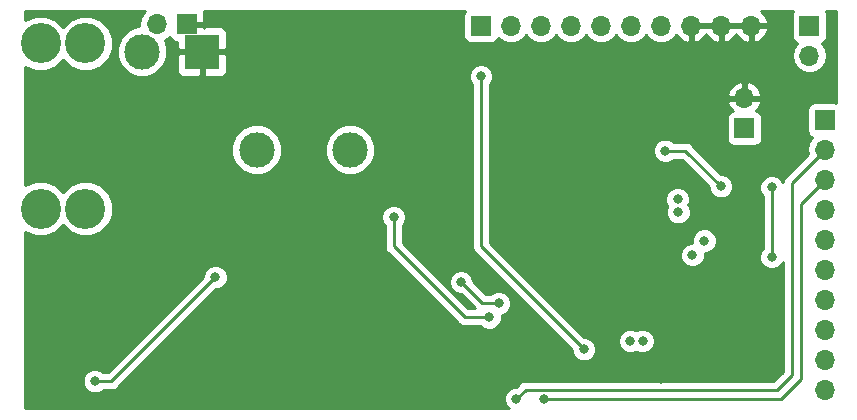
<source format=gbl>
%TF.GenerationSoftware,KiCad,Pcbnew,(5.0.2)-1*%
%TF.CreationDate,2019-01-19T15:18:41+08:00*%
%TF.ProjectId,TLF35584 breakout,544c4633-3535-4383-9420-627265616b6f,rev?*%
%TF.SameCoordinates,Original*%
%TF.FileFunction,Copper,L2,Bot*%
%TF.FilePolarity,Positive*%
%FSLAX46Y46*%
G04 Gerber Fmt 4.6, Leading zero omitted, Abs format (unit mm)*
G04 Created by KiCad (PCBNEW (5.0.2)-1) date 19/01/2019 15:18:41*
%MOMM*%
%LPD*%
G01*
G04 APERTURE LIST*
%ADD10R,1.700000X1.700000*%
%ADD11O,1.700000X1.700000*%
%ADD12C,3.000000*%
%ADD13C,3.400000*%
%ADD14R,3.000000X3.000000*%
%ADD15C,0.800000*%
%ADD16C,0.600000*%
%ADD17C,0.250000*%
%ADD18C,0.254000*%
G04 APERTURE END LIST*
D10*
X184600000Y-88600000D03*
D11*
X184600000Y-91140000D03*
X184600000Y-93680000D03*
X184600000Y-96220000D03*
X184600000Y-98760000D03*
X184600000Y-101300000D03*
X184600000Y-103840000D03*
X184600000Y-106380000D03*
X184600000Y-108920000D03*
X184600000Y-111460000D03*
D10*
X177800000Y-89300000D03*
D11*
X177800000Y-86760000D03*
D12*
X144400000Y-91100000D03*
X136500000Y-91100000D03*
D10*
X183300000Y-80600000D03*
D11*
X183300000Y-83140000D03*
D13*
X118200000Y-82100000D03*
X122000000Y-82100000D03*
X118200000Y-96100000D03*
X122000000Y-96100000D03*
D10*
X130600000Y-80500000D03*
D11*
X128060000Y-80500000D03*
D10*
X155500000Y-80600000D03*
D11*
X158040000Y-80600000D03*
X160580000Y-80600000D03*
X163120000Y-80600000D03*
X165660000Y-80600000D03*
X168200000Y-80600000D03*
X170740000Y-80600000D03*
X173280000Y-80600000D03*
X175820000Y-80600000D03*
X178360000Y-80600000D03*
D14*
X131880000Y-82800000D03*
D12*
X126800000Y-82800000D03*
D15*
X168100000Y-107300000D03*
X169200000Y-107300000D03*
X172200000Y-96400000D03*
X172145182Y-95312909D03*
X174400000Y-98800000D03*
X173387056Y-100030074D03*
D16*
X164200000Y-101700000D03*
X166200000Y-101700000D03*
X166200000Y-99700000D03*
X164200000Y-99700000D03*
X162200000Y-99700000D03*
X166200000Y-97700000D03*
X162200000Y-97700000D03*
X164200000Y-97700000D03*
D15*
X162100000Y-86400000D03*
X164400000Y-86400000D03*
X166700000Y-86400000D03*
X168900000Y-86400000D03*
X171100000Y-86300000D03*
X170700000Y-110500000D03*
X156900000Y-84400000D03*
X122700000Y-100600000D03*
X122600000Y-107500000D03*
X150400000Y-97000000D03*
X156600000Y-107400000D03*
X171400000Y-94100000D03*
X153500000Y-83800000D03*
X173421509Y-97421509D03*
D16*
X162200000Y-101700000D03*
D15*
X146500000Y-99800000D03*
X148400000Y-102800000D03*
X164200000Y-108000000D03*
X155500000Y-84900000D03*
X175800000Y-94200000D03*
X171100000Y-91200000D03*
X133000000Y-101900000D03*
X122800000Y-110700000D03*
X160800000Y-112200000D03*
X158500000Y-112200000D03*
X156200000Y-105300000D03*
X148100000Y-96800000D03*
X157000000Y-104100000D03*
X153800000Y-102300000D03*
X180100000Y-100200000D03*
X180100000Y-94300000D03*
D17*
X164200000Y-108000000D02*
X155500000Y-99300000D01*
X155500000Y-99300000D02*
X155500000Y-86000000D01*
X155500000Y-86000000D02*
X155500000Y-85400000D01*
X155500000Y-85400000D02*
X155500000Y-84900000D01*
X175800000Y-94200000D02*
X172800000Y-91200000D01*
X172800000Y-91200000D02*
X171100000Y-91200000D01*
X133000000Y-101900000D02*
X124200000Y-110700000D01*
X124200000Y-110700000D02*
X122800000Y-110700000D01*
X160800000Y-112200000D02*
X180900000Y-112200000D01*
X180900000Y-112200000D02*
X182600000Y-110500000D01*
X182600000Y-95680000D02*
X184600000Y-93680000D01*
X182600000Y-110500000D02*
X182600000Y-95680000D01*
X159275001Y-111424999D02*
X180575001Y-111424999D01*
X158500000Y-112200000D02*
X159275001Y-111424999D01*
X180575001Y-111424999D02*
X181800000Y-110200000D01*
X181800000Y-93940000D02*
X184600000Y-91140000D01*
X181800000Y-110200000D02*
X181800000Y-93940000D01*
X148100000Y-97200000D02*
X148100000Y-96800000D01*
X156200000Y-105300000D02*
X154100000Y-105300000D01*
X148100000Y-99300000D02*
X148100000Y-96800000D01*
X154100000Y-105300000D02*
X148100000Y-99300000D01*
X157000000Y-104100000D02*
X155600000Y-104100000D01*
X155600000Y-104100000D02*
X153800000Y-102300000D01*
X180100000Y-100200000D02*
X180100000Y-94300000D01*
D18*
G36*
X126989375Y-79429375D02*
X126661161Y-79920582D01*
X126545908Y-80500000D01*
X126578728Y-80665000D01*
X126375322Y-80665000D01*
X125590620Y-80990034D01*
X124990034Y-81590620D01*
X124665000Y-82375322D01*
X124665000Y-83224678D01*
X124990034Y-84009380D01*
X125590620Y-84609966D01*
X126375322Y-84935000D01*
X127224678Y-84935000D01*
X128009380Y-84609966D01*
X128609966Y-84009380D01*
X128935000Y-83224678D01*
X128935000Y-83085750D01*
X129745000Y-83085750D01*
X129745000Y-84426310D01*
X129841673Y-84659699D01*
X130020302Y-84838327D01*
X130253691Y-84935000D01*
X131594250Y-84935000D01*
X131753000Y-84776250D01*
X131753000Y-82927000D01*
X132007000Y-82927000D01*
X132007000Y-84776250D01*
X132165750Y-84935000D01*
X133506309Y-84935000D01*
X133739698Y-84838327D01*
X133883899Y-84694126D01*
X154465000Y-84694126D01*
X154465000Y-85105874D01*
X154622569Y-85486280D01*
X154740000Y-85603711D01*
X154740000Y-86074851D01*
X154740001Y-86074856D01*
X154740000Y-99225153D01*
X154725112Y-99300000D01*
X154740000Y-99374847D01*
X154740000Y-99374851D01*
X154784096Y-99596536D01*
X154952071Y-99847929D01*
X155015530Y-99890331D01*
X163165000Y-108039802D01*
X163165000Y-108205874D01*
X163322569Y-108586280D01*
X163613720Y-108877431D01*
X163994126Y-109035000D01*
X164405874Y-109035000D01*
X164786280Y-108877431D01*
X165077431Y-108586280D01*
X165235000Y-108205874D01*
X165235000Y-107794126D01*
X165077431Y-107413720D01*
X164786280Y-107122569D01*
X164717613Y-107094126D01*
X167065000Y-107094126D01*
X167065000Y-107505874D01*
X167222569Y-107886280D01*
X167513720Y-108177431D01*
X167894126Y-108335000D01*
X168305874Y-108335000D01*
X168650000Y-108192459D01*
X168994126Y-108335000D01*
X169405874Y-108335000D01*
X169786280Y-108177431D01*
X170077431Y-107886280D01*
X170235000Y-107505874D01*
X170235000Y-107094126D01*
X170077431Y-106713720D01*
X169786280Y-106422569D01*
X169405874Y-106265000D01*
X168994126Y-106265000D01*
X168650000Y-106407541D01*
X168305874Y-106265000D01*
X167894126Y-106265000D01*
X167513720Y-106422569D01*
X167222569Y-106713720D01*
X167065000Y-107094126D01*
X164717613Y-107094126D01*
X164405874Y-106965000D01*
X164239802Y-106965000D01*
X157099002Y-99824200D01*
X172352056Y-99824200D01*
X172352056Y-100235948D01*
X172509625Y-100616354D01*
X172800776Y-100907505D01*
X173181182Y-101065074D01*
X173592930Y-101065074D01*
X173973336Y-100907505D01*
X174264487Y-100616354D01*
X174422056Y-100235948D01*
X174422056Y-99835000D01*
X174605874Y-99835000D01*
X174986280Y-99677431D01*
X175277431Y-99386280D01*
X175435000Y-99005874D01*
X175435000Y-98594126D01*
X175277431Y-98213720D01*
X174986280Y-97922569D01*
X174605874Y-97765000D01*
X174194126Y-97765000D01*
X173813720Y-97922569D01*
X173522569Y-98213720D01*
X173365000Y-98594126D01*
X173365000Y-98995074D01*
X173181182Y-98995074D01*
X172800776Y-99152643D01*
X172509625Y-99443794D01*
X172352056Y-99824200D01*
X157099002Y-99824200D01*
X156260000Y-98985199D01*
X156260000Y-95107035D01*
X171110182Y-95107035D01*
X171110182Y-95518783D01*
X171267751Y-95899189D01*
X171281480Y-95912918D01*
X171165000Y-96194126D01*
X171165000Y-96605874D01*
X171322569Y-96986280D01*
X171613720Y-97277431D01*
X171994126Y-97435000D01*
X172405874Y-97435000D01*
X172786280Y-97277431D01*
X173077431Y-96986280D01*
X173235000Y-96605874D01*
X173235000Y-96194126D01*
X173077431Y-95813720D01*
X173063702Y-95799991D01*
X173180182Y-95518783D01*
X173180182Y-95107035D01*
X173022613Y-94726629D01*
X172731462Y-94435478D01*
X172351056Y-94277909D01*
X171939308Y-94277909D01*
X171558902Y-94435478D01*
X171267751Y-94726629D01*
X171110182Y-95107035D01*
X156260000Y-95107035D01*
X156260000Y-90994126D01*
X170065000Y-90994126D01*
X170065000Y-91405874D01*
X170222569Y-91786280D01*
X170513720Y-92077431D01*
X170894126Y-92235000D01*
X171305874Y-92235000D01*
X171686280Y-92077431D01*
X171803711Y-91960000D01*
X172485199Y-91960000D01*
X174765000Y-94239802D01*
X174765000Y-94405874D01*
X174922569Y-94786280D01*
X175213720Y-95077431D01*
X175594126Y-95235000D01*
X176005874Y-95235000D01*
X176386280Y-95077431D01*
X176677431Y-94786280D01*
X176835000Y-94405874D01*
X176835000Y-93994126D01*
X176677431Y-93613720D01*
X176386280Y-93322569D01*
X176005874Y-93165000D01*
X175839802Y-93165000D01*
X173390331Y-90715530D01*
X173347929Y-90652071D01*
X173096537Y-90484096D01*
X172874852Y-90440000D01*
X172874847Y-90440000D01*
X172800000Y-90425112D01*
X172725153Y-90440000D01*
X171803711Y-90440000D01*
X171686280Y-90322569D01*
X171305874Y-90165000D01*
X170894126Y-90165000D01*
X170513720Y-90322569D01*
X170222569Y-90613720D01*
X170065000Y-90994126D01*
X156260000Y-90994126D01*
X156260000Y-88450000D01*
X176302560Y-88450000D01*
X176302560Y-90150000D01*
X176351843Y-90397765D01*
X176492191Y-90607809D01*
X176702235Y-90748157D01*
X176950000Y-90797440D01*
X178650000Y-90797440D01*
X178897765Y-90748157D01*
X179107809Y-90607809D01*
X179248157Y-90397765D01*
X179297440Y-90150000D01*
X179297440Y-88450000D01*
X179248157Y-88202235D01*
X179107809Y-87992191D01*
X178897765Y-87851843D01*
X178794292Y-87831261D01*
X179071645Y-87526924D01*
X179241476Y-87116890D01*
X179120155Y-86887000D01*
X177927000Y-86887000D01*
X177927000Y-86907000D01*
X177673000Y-86907000D01*
X177673000Y-86887000D01*
X176479845Y-86887000D01*
X176358524Y-87116890D01*
X176528355Y-87526924D01*
X176805708Y-87831261D01*
X176702235Y-87851843D01*
X176492191Y-87992191D01*
X176351843Y-88202235D01*
X176302560Y-88450000D01*
X156260000Y-88450000D01*
X156260000Y-86403110D01*
X176358524Y-86403110D01*
X176479845Y-86633000D01*
X177673000Y-86633000D01*
X177673000Y-85439181D01*
X177927000Y-85439181D01*
X177927000Y-86633000D01*
X179120155Y-86633000D01*
X179241476Y-86403110D01*
X179071645Y-85993076D01*
X178681358Y-85564817D01*
X178156892Y-85318514D01*
X177927000Y-85439181D01*
X177673000Y-85439181D01*
X177443108Y-85318514D01*
X176918642Y-85564817D01*
X176528355Y-85993076D01*
X176358524Y-86403110D01*
X156260000Y-86403110D01*
X156260000Y-85603711D01*
X156377431Y-85486280D01*
X156535000Y-85105874D01*
X156535000Y-84694126D01*
X156377431Y-84313720D01*
X156086280Y-84022569D01*
X155705874Y-83865000D01*
X155294126Y-83865000D01*
X154913720Y-84022569D01*
X154622569Y-84313720D01*
X154465000Y-84694126D01*
X133883899Y-84694126D01*
X133918327Y-84659699D01*
X134015000Y-84426310D01*
X134015000Y-83085750D01*
X133856250Y-82927000D01*
X132007000Y-82927000D01*
X131753000Y-82927000D01*
X129903750Y-82927000D01*
X129745000Y-83085750D01*
X128935000Y-83085750D01*
X128935000Y-82375322D01*
X128716344Y-81847439D01*
X129130625Y-81570625D01*
X129145096Y-81548967D01*
X129211673Y-81709698D01*
X129390301Y-81888327D01*
X129623690Y-81985000D01*
X129745000Y-81985000D01*
X129745000Y-82514250D01*
X129903750Y-82673000D01*
X131753000Y-82673000D01*
X131753000Y-82653000D01*
X132007000Y-82653000D01*
X132007000Y-82673000D01*
X133856250Y-82673000D01*
X134015000Y-82514250D01*
X134015000Y-81173690D01*
X133918327Y-80940301D01*
X133739698Y-80761673D01*
X133506309Y-80665000D01*
X132165750Y-80665000D01*
X132065000Y-80765750D01*
X132007002Y-80707752D01*
X132007002Y-80665000D01*
X131964250Y-80665000D01*
X131926250Y-80627000D01*
X130727000Y-80627000D01*
X130727000Y-80647000D01*
X130473000Y-80647000D01*
X130473000Y-80627000D01*
X130453000Y-80627000D01*
X130453000Y-80373000D01*
X130473000Y-80373000D01*
X130473000Y-80353000D01*
X130727000Y-80353000D01*
X130727000Y-80373000D01*
X131926250Y-80373000D01*
X132085000Y-80214250D01*
X132085000Y-79523691D01*
X132027552Y-79385000D01*
X154130178Y-79385000D01*
X154051843Y-79502235D01*
X154002560Y-79750000D01*
X154002560Y-81450000D01*
X154051843Y-81697765D01*
X154192191Y-81907809D01*
X154402235Y-82048157D01*
X154650000Y-82097440D01*
X156350000Y-82097440D01*
X156597765Y-82048157D01*
X156807809Y-81907809D01*
X156948157Y-81697765D01*
X156957184Y-81652381D01*
X156969375Y-81670625D01*
X157460582Y-81998839D01*
X157893744Y-82085000D01*
X158186256Y-82085000D01*
X158619418Y-81998839D01*
X159110625Y-81670625D01*
X159310000Y-81372239D01*
X159509375Y-81670625D01*
X160000582Y-81998839D01*
X160433744Y-82085000D01*
X160726256Y-82085000D01*
X161159418Y-81998839D01*
X161650625Y-81670625D01*
X161850000Y-81372239D01*
X162049375Y-81670625D01*
X162540582Y-81998839D01*
X162973744Y-82085000D01*
X163266256Y-82085000D01*
X163699418Y-81998839D01*
X164190625Y-81670625D01*
X164390000Y-81372239D01*
X164589375Y-81670625D01*
X165080582Y-81998839D01*
X165513744Y-82085000D01*
X165806256Y-82085000D01*
X166239418Y-81998839D01*
X166730625Y-81670625D01*
X166930000Y-81372239D01*
X167129375Y-81670625D01*
X167620582Y-81998839D01*
X168053744Y-82085000D01*
X168346256Y-82085000D01*
X168779418Y-81998839D01*
X169270625Y-81670625D01*
X169470000Y-81372239D01*
X169669375Y-81670625D01*
X170160582Y-81998839D01*
X170593744Y-82085000D01*
X170886256Y-82085000D01*
X171319418Y-81998839D01*
X171810625Y-81670625D01*
X172023843Y-81351522D01*
X172084817Y-81481358D01*
X172513076Y-81871645D01*
X172923110Y-82041476D01*
X173153000Y-81920155D01*
X173153000Y-80727000D01*
X173407000Y-80727000D01*
X173407000Y-81920155D01*
X173636890Y-82041476D01*
X174046924Y-81871645D01*
X174475183Y-81481358D01*
X174550000Y-81322046D01*
X174624817Y-81481358D01*
X175053076Y-81871645D01*
X175463110Y-82041476D01*
X175693000Y-81920155D01*
X175693000Y-80727000D01*
X175947000Y-80727000D01*
X175947000Y-81920155D01*
X176176890Y-82041476D01*
X176586924Y-81871645D01*
X177015183Y-81481358D01*
X177090000Y-81322046D01*
X177164817Y-81481358D01*
X177593076Y-81871645D01*
X178003110Y-82041476D01*
X178233000Y-81920155D01*
X178233000Y-80727000D01*
X178487000Y-80727000D01*
X178487000Y-81920155D01*
X178716890Y-82041476D01*
X179126924Y-81871645D01*
X179555183Y-81481358D01*
X179801486Y-80956892D01*
X179680819Y-80727000D01*
X178487000Y-80727000D01*
X178233000Y-80727000D01*
X175947000Y-80727000D01*
X175693000Y-80727000D01*
X173407000Y-80727000D01*
X173153000Y-80727000D01*
X173133000Y-80727000D01*
X173133000Y-80473000D01*
X173153000Y-80473000D01*
X173153000Y-80453000D01*
X173407000Y-80453000D01*
X173407000Y-80473000D01*
X175693000Y-80473000D01*
X175693000Y-80453000D01*
X175947000Y-80453000D01*
X175947000Y-80473000D01*
X178233000Y-80473000D01*
X178233000Y-80453000D01*
X178487000Y-80453000D01*
X178487000Y-80473000D01*
X179680819Y-80473000D01*
X179801486Y-80243108D01*
X179555183Y-79718642D01*
X179189080Y-79385000D01*
X181930178Y-79385000D01*
X181851843Y-79502235D01*
X181802560Y-79750000D01*
X181802560Y-81450000D01*
X181851843Y-81697765D01*
X181992191Y-81907809D01*
X182202235Y-82048157D01*
X182247619Y-82057184D01*
X182229375Y-82069375D01*
X181901161Y-82560582D01*
X181785908Y-83140000D01*
X181901161Y-83719418D01*
X182229375Y-84210625D01*
X182720582Y-84538839D01*
X183153744Y-84625000D01*
X183446256Y-84625000D01*
X183879418Y-84538839D01*
X184370625Y-84210625D01*
X184698839Y-83719418D01*
X184814092Y-83140000D01*
X184698839Y-82560582D01*
X184370625Y-82069375D01*
X184352381Y-82057184D01*
X184397765Y-82048157D01*
X184607809Y-81907809D01*
X184748157Y-81697765D01*
X184797440Y-81450000D01*
X184797440Y-79750000D01*
X184748157Y-79502235D01*
X184669822Y-79385000D01*
X185515001Y-79385000D01*
X185515001Y-87115489D01*
X185450000Y-87102560D01*
X183750000Y-87102560D01*
X183502235Y-87151843D01*
X183292191Y-87292191D01*
X183151843Y-87502235D01*
X183102560Y-87750000D01*
X183102560Y-89450000D01*
X183151843Y-89697765D01*
X183292191Y-89907809D01*
X183502235Y-90048157D01*
X183547619Y-90057184D01*
X183529375Y-90069375D01*
X183201161Y-90560582D01*
X183085908Y-91140000D01*
X183158791Y-91506408D01*
X181315528Y-93349671D01*
X181252072Y-93392071D01*
X181209672Y-93455527D01*
X181209671Y-93455528D01*
X181084097Y-93643463D01*
X181040051Y-93864898D01*
X180977431Y-93713720D01*
X180686280Y-93422569D01*
X180305874Y-93265000D01*
X179894126Y-93265000D01*
X179513720Y-93422569D01*
X179222569Y-93713720D01*
X179065000Y-94094126D01*
X179065000Y-94505874D01*
X179222569Y-94886280D01*
X179340001Y-95003712D01*
X179340000Y-99496289D01*
X179222569Y-99613720D01*
X179065000Y-99994126D01*
X179065000Y-100405874D01*
X179222569Y-100786280D01*
X179513720Y-101077431D01*
X179894126Y-101235000D01*
X180305874Y-101235000D01*
X180686280Y-101077431D01*
X180977431Y-100786280D01*
X181040001Y-100635223D01*
X181040000Y-109885198D01*
X180260200Y-110664999D01*
X159349848Y-110664999D01*
X159275001Y-110650111D01*
X159200154Y-110664999D01*
X159200149Y-110664999D01*
X158978464Y-110709095D01*
X158727072Y-110877070D01*
X158684672Y-110940526D01*
X158460198Y-111165000D01*
X158294126Y-111165000D01*
X157913720Y-111322569D01*
X157622569Y-111613720D01*
X157465000Y-111994126D01*
X157465000Y-112405874D01*
X157622569Y-112786280D01*
X157851289Y-113015000D01*
X116885000Y-113015000D01*
X116885000Y-110494126D01*
X121765000Y-110494126D01*
X121765000Y-110905874D01*
X121922569Y-111286280D01*
X122213720Y-111577431D01*
X122594126Y-111735000D01*
X123005874Y-111735000D01*
X123386280Y-111577431D01*
X123503711Y-111460000D01*
X124125153Y-111460000D01*
X124200000Y-111474888D01*
X124274847Y-111460000D01*
X124274852Y-111460000D01*
X124496537Y-111415904D01*
X124747929Y-111247929D01*
X124790331Y-111184470D01*
X133039803Y-102935000D01*
X133205874Y-102935000D01*
X133586280Y-102777431D01*
X133877431Y-102486280D01*
X134035000Y-102105874D01*
X134035000Y-101694126D01*
X133877431Y-101313720D01*
X133586280Y-101022569D01*
X133205874Y-100865000D01*
X132794126Y-100865000D01*
X132413720Y-101022569D01*
X132122569Y-101313720D01*
X131965000Y-101694126D01*
X131965000Y-101860197D01*
X123885199Y-109940000D01*
X123503711Y-109940000D01*
X123386280Y-109822569D01*
X123005874Y-109665000D01*
X122594126Y-109665000D01*
X122213720Y-109822569D01*
X121922569Y-110113720D01*
X121765000Y-110494126D01*
X116885000Y-110494126D01*
X116885000Y-98082694D01*
X117735540Y-98435000D01*
X118664460Y-98435000D01*
X119522671Y-98079517D01*
X120100000Y-97502188D01*
X120677329Y-98079517D01*
X121535540Y-98435000D01*
X122464460Y-98435000D01*
X123322671Y-98079517D01*
X123979517Y-97422671D01*
X124322711Y-96594126D01*
X147065000Y-96594126D01*
X147065000Y-97005874D01*
X147222569Y-97386280D01*
X147340001Y-97503712D01*
X147340000Y-99225153D01*
X147325112Y-99300000D01*
X147340000Y-99374847D01*
X147340000Y-99374851D01*
X147384096Y-99596536D01*
X147552071Y-99847929D01*
X147615530Y-99890331D01*
X153509673Y-105784476D01*
X153552071Y-105847929D01*
X153615524Y-105890327D01*
X153615526Y-105890329D01*
X153740902Y-105974102D01*
X153803463Y-106015904D01*
X154025148Y-106060000D01*
X154025152Y-106060000D01*
X154099999Y-106074888D01*
X154174846Y-106060000D01*
X155496289Y-106060000D01*
X155613720Y-106177431D01*
X155994126Y-106335000D01*
X156405874Y-106335000D01*
X156786280Y-106177431D01*
X157077431Y-105886280D01*
X157235000Y-105505874D01*
X157235000Y-105122936D01*
X157586280Y-104977431D01*
X157877431Y-104686280D01*
X158035000Y-104305874D01*
X158035000Y-103894126D01*
X157877431Y-103513720D01*
X157586280Y-103222569D01*
X157205874Y-103065000D01*
X156794126Y-103065000D01*
X156413720Y-103222569D01*
X156296289Y-103340000D01*
X155914803Y-103340000D01*
X154835000Y-102260198D01*
X154835000Y-102094126D01*
X154677431Y-101713720D01*
X154386280Y-101422569D01*
X154005874Y-101265000D01*
X153594126Y-101265000D01*
X153213720Y-101422569D01*
X152922569Y-101713720D01*
X152765000Y-102094126D01*
X152765000Y-102505874D01*
X152922569Y-102886280D01*
X153213720Y-103177431D01*
X153594126Y-103335000D01*
X153760198Y-103335000D01*
X154965197Y-104540000D01*
X154414803Y-104540000D01*
X148860000Y-98985199D01*
X148860000Y-97503711D01*
X148977431Y-97386280D01*
X149135000Y-97005874D01*
X149135000Y-96594126D01*
X148977431Y-96213720D01*
X148686280Y-95922569D01*
X148305874Y-95765000D01*
X147894126Y-95765000D01*
X147513720Y-95922569D01*
X147222569Y-96213720D01*
X147065000Y-96594126D01*
X124322711Y-96594126D01*
X124335000Y-96564460D01*
X124335000Y-95635540D01*
X123979517Y-94777329D01*
X123322671Y-94120483D01*
X122464460Y-93765000D01*
X121535540Y-93765000D01*
X120677329Y-94120483D01*
X120100000Y-94697812D01*
X119522671Y-94120483D01*
X118664460Y-93765000D01*
X117735540Y-93765000D01*
X116885000Y-94117306D01*
X116885000Y-90675322D01*
X134365000Y-90675322D01*
X134365000Y-91524678D01*
X134690034Y-92309380D01*
X135290620Y-92909966D01*
X136075322Y-93235000D01*
X136924678Y-93235000D01*
X137709380Y-92909966D01*
X138309966Y-92309380D01*
X138635000Y-91524678D01*
X138635000Y-90675322D01*
X142265000Y-90675322D01*
X142265000Y-91524678D01*
X142590034Y-92309380D01*
X143190620Y-92909966D01*
X143975322Y-93235000D01*
X144824678Y-93235000D01*
X145609380Y-92909966D01*
X146209966Y-92309380D01*
X146535000Y-91524678D01*
X146535000Y-90675322D01*
X146209966Y-89890620D01*
X145609380Y-89290034D01*
X144824678Y-88965000D01*
X143975322Y-88965000D01*
X143190620Y-89290034D01*
X142590034Y-89890620D01*
X142265000Y-90675322D01*
X138635000Y-90675322D01*
X138309966Y-89890620D01*
X137709380Y-89290034D01*
X136924678Y-88965000D01*
X136075322Y-88965000D01*
X135290620Y-89290034D01*
X134690034Y-89890620D01*
X134365000Y-90675322D01*
X116885000Y-90675322D01*
X116885000Y-84082694D01*
X117735540Y-84435000D01*
X118664460Y-84435000D01*
X119522671Y-84079517D01*
X120100000Y-83502188D01*
X120677329Y-84079517D01*
X121535540Y-84435000D01*
X122464460Y-84435000D01*
X123322671Y-84079517D01*
X123979517Y-83422671D01*
X124335000Y-82564460D01*
X124335000Y-81635540D01*
X123979517Y-80777329D01*
X123322671Y-80120483D01*
X122464460Y-79765000D01*
X121535540Y-79765000D01*
X120677329Y-80120483D01*
X120100000Y-80697812D01*
X119522671Y-80120483D01*
X118664460Y-79765000D01*
X117735540Y-79765000D01*
X116885000Y-80117306D01*
X116885000Y-79385000D01*
X127055787Y-79385000D01*
X126989375Y-79429375D01*
X126989375Y-79429375D01*
G37*
X126989375Y-79429375D02*
X126661161Y-79920582D01*
X126545908Y-80500000D01*
X126578728Y-80665000D01*
X126375322Y-80665000D01*
X125590620Y-80990034D01*
X124990034Y-81590620D01*
X124665000Y-82375322D01*
X124665000Y-83224678D01*
X124990034Y-84009380D01*
X125590620Y-84609966D01*
X126375322Y-84935000D01*
X127224678Y-84935000D01*
X128009380Y-84609966D01*
X128609966Y-84009380D01*
X128935000Y-83224678D01*
X128935000Y-83085750D01*
X129745000Y-83085750D01*
X129745000Y-84426310D01*
X129841673Y-84659699D01*
X130020302Y-84838327D01*
X130253691Y-84935000D01*
X131594250Y-84935000D01*
X131753000Y-84776250D01*
X131753000Y-82927000D01*
X132007000Y-82927000D01*
X132007000Y-84776250D01*
X132165750Y-84935000D01*
X133506309Y-84935000D01*
X133739698Y-84838327D01*
X133883899Y-84694126D01*
X154465000Y-84694126D01*
X154465000Y-85105874D01*
X154622569Y-85486280D01*
X154740000Y-85603711D01*
X154740000Y-86074851D01*
X154740001Y-86074856D01*
X154740000Y-99225153D01*
X154725112Y-99300000D01*
X154740000Y-99374847D01*
X154740000Y-99374851D01*
X154784096Y-99596536D01*
X154952071Y-99847929D01*
X155015530Y-99890331D01*
X163165000Y-108039802D01*
X163165000Y-108205874D01*
X163322569Y-108586280D01*
X163613720Y-108877431D01*
X163994126Y-109035000D01*
X164405874Y-109035000D01*
X164786280Y-108877431D01*
X165077431Y-108586280D01*
X165235000Y-108205874D01*
X165235000Y-107794126D01*
X165077431Y-107413720D01*
X164786280Y-107122569D01*
X164717613Y-107094126D01*
X167065000Y-107094126D01*
X167065000Y-107505874D01*
X167222569Y-107886280D01*
X167513720Y-108177431D01*
X167894126Y-108335000D01*
X168305874Y-108335000D01*
X168650000Y-108192459D01*
X168994126Y-108335000D01*
X169405874Y-108335000D01*
X169786280Y-108177431D01*
X170077431Y-107886280D01*
X170235000Y-107505874D01*
X170235000Y-107094126D01*
X170077431Y-106713720D01*
X169786280Y-106422569D01*
X169405874Y-106265000D01*
X168994126Y-106265000D01*
X168650000Y-106407541D01*
X168305874Y-106265000D01*
X167894126Y-106265000D01*
X167513720Y-106422569D01*
X167222569Y-106713720D01*
X167065000Y-107094126D01*
X164717613Y-107094126D01*
X164405874Y-106965000D01*
X164239802Y-106965000D01*
X157099002Y-99824200D01*
X172352056Y-99824200D01*
X172352056Y-100235948D01*
X172509625Y-100616354D01*
X172800776Y-100907505D01*
X173181182Y-101065074D01*
X173592930Y-101065074D01*
X173973336Y-100907505D01*
X174264487Y-100616354D01*
X174422056Y-100235948D01*
X174422056Y-99835000D01*
X174605874Y-99835000D01*
X174986280Y-99677431D01*
X175277431Y-99386280D01*
X175435000Y-99005874D01*
X175435000Y-98594126D01*
X175277431Y-98213720D01*
X174986280Y-97922569D01*
X174605874Y-97765000D01*
X174194126Y-97765000D01*
X173813720Y-97922569D01*
X173522569Y-98213720D01*
X173365000Y-98594126D01*
X173365000Y-98995074D01*
X173181182Y-98995074D01*
X172800776Y-99152643D01*
X172509625Y-99443794D01*
X172352056Y-99824200D01*
X157099002Y-99824200D01*
X156260000Y-98985199D01*
X156260000Y-95107035D01*
X171110182Y-95107035D01*
X171110182Y-95518783D01*
X171267751Y-95899189D01*
X171281480Y-95912918D01*
X171165000Y-96194126D01*
X171165000Y-96605874D01*
X171322569Y-96986280D01*
X171613720Y-97277431D01*
X171994126Y-97435000D01*
X172405874Y-97435000D01*
X172786280Y-97277431D01*
X173077431Y-96986280D01*
X173235000Y-96605874D01*
X173235000Y-96194126D01*
X173077431Y-95813720D01*
X173063702Y-95799991D01*
X173180182Y-95518783D01*
X173180182Y-95107035D01*
X173022613Y-94726629D01*
X172731462Y-94435478D01*
X172351056Y-94277909D01*
X171939308Y-94277909D01*
X171558902Y-94435478D01*
X171267751Y-94726629D01*
X171110182Y-95107035D01*
X156260000Y-95107035D01*
X156260000Y-90994126D01*
X170065000Y-90994126D01*
X170065000Y-91405874D01*
X170222569Y-91786280D01*
X170513720Y-92077431D01*
X170894126Y-92235000D01*
X171305874Y-92235000D01*
X171686280Y-92077431D01*
X171803711Y-91960000D01*
X172485199Y-91960000D01*
X174765000Y-94239802D01*
X174765000Y-94405874D01*
X174922569Y-94786280D01*
X175213720Y-95077431D01*
X175594126Y-95235000D01*
X176005874Y-95235000D01*
X176386280Y-95077431D01*
X176677431Y-94786280D01*
X176835000Y-94405874D01*
X176835000Y-93994126D01*
X176677431Y-93613720D01*
X176386280Y-93322569D01*
X176005874Y-93165000D01*
X175839802Y-93165000D01*
X173390331Y-90715530D01*
X173347929Y-90652071D01*
X173096537Y-90484096D01*
X172874852Y-90440000D01*
X172874847Y-90440000D01*
X172800000Y-90425112D01*
X172725153Y-90440000D01*
X171803711Y-90440000D01*
X171686280Y-90322569D01*
X171305874Y-90165000D01*
X170894126Y-90165000D01*
X170513720Y-90322569D01*
X170222569Y-90613720D01*
X170065000Y-90994126D01*
X156260000Y-90994126D01*
X156260000Y-88450000D01*
X176302560Y-88450000D01*
X176302560Y-90150000D01*
X176351843Y-90397765D01*
X176492191Y-90607809D01*
X176702235Y-90748157D01*
X176950000Y-90797440D01*
X178650000Y-90797440D01*
X178897765Y-90748157D01*
X179107809Y-90607809D01*
X179248157Y-90397765D01*
X179297440Y-90150000D01*
X179297440Y-88450000D01*
X179248157Y-88202235D01*
X179107809Y-87992191D01*
X178897765Y-87851843D01*
X178794292Y-87831261D01*
X179071645Y-87526924D01*
X179241476Y-87116890D01*
X179120155Y-86887000D01*
X177927000Y-86887000D01*
X177927000Y-86907000D01*
X177673000Y-86907000D01*
X177673000Y-86887000D01*
X176479845Y-86887000D01*
X176358524Y-87116890D01*
X176528355Y-87526924D01*
X176805708Y-87831261D01*
X176702235Y-87851843D01*
X176492191Y-87992191D01*
X176351843Y-88202235D01*
X176302560Y-88450000D01*
X156260000Y-88450000D01*
X156260000Y-86403110D01*
X176358524Y-86403110D01*
X176479845Y-86633000D01*
X177673000Y-86633000D01*
X177673000Y-85439181D01*
X177927000Y-85439181D01*
X177927000Y-86633000D01*
X179120155Y-86633000D01*
X179241476Y-86403110D01*
X179071645Y-85993076D01*
X178681358Y-85564817D01*
X178156892Y-85318514D01*
X177927000Y-85439181D01*
X177673000Y-85439181D01*
X177443108Y-85318514D01*
X176918642Y-85564817D01*
X176528355Y-85993076D01*
X176358524Y-86403110D01*
X156260000Y-86403110D01*
X156260000Y-85603711D01*
X156377431Y-85486280D01*
X156535000Y-85105874D01*
X156535000Y-84694126D01*
X156377431Y-84313720D01*
X156086280Y-84022569D01*
X155705874Y-83865000D01*
X155294126Y-83865000D01*
X154913720Y-84022569D01*
X154622569Y-84313720D01*
X154465000Y-84694126D01*
X133883899Y-84694126D01*
X133918327Y-84659699D01*
X134015000Y-84426310D01*
X134015000Y-83085750D01*
X133856250Y-82927000D01*
X132007000Y-82927000D01*
X131753000Y-82927000D01*
X129903750Y-82927000D01*
X129745000Y-83085750D01*
X128935000Y-83085750D01*
X128935000Y-82375322D01*
X128716344Y-81847439D01*
X129130625Y-81570625D01*
X129145096Y-81548967D01*
X129211673Y-81709698D01*
X129390301Y-81888327D01*
X129623690Y-81985000D01*
X129745000Y-81985000D01*
X129745000Y-82514250D01*
X129903750Y-82673000D01*
X131753000Y-82673000D01*
X131753000Y-82653000D01*
X132007000Y-82653000D01*
X132007000Y-82673000D01*
X133856250Y-82673000D01*
X134015000Y-82514250D01*
X134015000Y-81173690D01*
X133918327Y-80940301D01*
X133739698Y-80761673D01*
X133506309Y-80665000D01*
X132165750Y-80665000D01*
X132065000Y-80765750D01*
X132007002Y-80707752D01*
X132007002Y-80665000D01*
X131964250Y-80665000D01*
X131926250Y-80627000D01*
X130727000Y-80627000D01*
X130727000Y-80647000D01*
X130473000Y-80647000D01*
X130473000Y-80627000D01*
X130453000Y-80627000D01*
X130453000Y-80373000D01*
X130473000Y-80373000D01*
X130473000Y-80353000D01*
X130727000Y-80353000D01*
X130727000Y-80373000D01*
X131926250Y-80373000D01*
X132085000Y-80214250D01*
X132085000Y-79523691D01*
X132027552Y-79385000D01*
X154130178Y-79385000D01*
X154051843Y-79502235D01*
X154002560Y-79750000D01*
X154002560Y-81450000D01*
X154051843Y-81697765D01*
X154192191Y-81907809D01*
X154402235Y-82048157D01*
X154650000Y-82097440D01*
X156350000Y-82097440D01*
X156597765Y-82048157D01*
X156807809Y-81907809D01*
X156948157Y-81697765D01*
X156957184Y-81652381D01*
X156969375Y-81670625D01*
X157460582Y-81998839D01*
X157893744Y-82085000D01*
X158186256Y-82085000D01*
X158619418Y-81998839D01*
X159110625Y-81670625D01*
X159310000Y-81372239D01*
X159509375Y-81670625D01*
X160000582Y-81998839D01*
X160433744Y-82085000D01*
X160726256Y-82085000D01*
X161159418Y-81998839D01*
X161650625Y-81670625D01*
X161850000Y-81372239D01*
X162049375Y-81670625D01*
X162540582Y-81998839D01*
X162973744Y-82085000D01*
X163266256Y-82085000D01*
X163699418Y-81998839D01*
X164190625Y-81670625D01*
X164390000Y-81372239D01*
X164589375Y-81670625D01*
X165080582Y-81998839D01*
X165513744Y-82085000D01*
X165806256Y-82085000D01*
X166239418Y-81998839D01*
X166730625Y-81670625D01*
X166930000Y-81372239D01*
X167129375Y-81670625D01*
X167620582Y-81998839D01*
X168053744Y-82085000D01*
X168346256Y-82085000D01*
X168779418Y-81998839D01*
X169270625Y-81670625D01*
X169470000Y-81372239D01*
X169669375Y-81670625D01*
X170160582Y-81998839D01*
X170593744Y-82085000D01*
X170886256Y-82085000D01*
X171319418Y-81998839D01*
X171810625Y-81670625D01*
X172023843Y-81351522D01*
X172084817Y-81481358D01*
X172513076Y-81871645D01*
X172923110Y-82041476D01*
X173153000Y-81920155D01*
X173153000Y-80727000D01*
X173407000Y-80727000D01*
X173407000Y-81920155D01*
X173636890Y-82041476D01*
X174046924Y-81871645D01*
X174475183Y-81481358D01*
X174550000Y-81322046D01*
X174624817Y-81481358D01*
X175053076Y-81871645D01*
X175463110Y-82041476D01*
X175693000Y-81920155D01*
X175693000Y-80727000D01*
X175947000Y-80727000D01*
X175947000Y-81920155D01*
X176176890Y-82041476D01*
X176586924Y-81871645D01*
X177015183Y-81481358D01*
X177090000Y-81322046D01*
X177164817Y-81481358D01*
X177593076Y-81871645D01*
X178003110Y-82041476D01*
X178233000Y-81920155D01*
X178233000Y-80727000D01*
X178487000Y-80727000D01*
X178487000Y-81920155D01*
X178716890Y-82041476D01*
X179126924Y-81871645D01*
X179555183Y-81481358D01*
X179801486Y-80956892D01*
X179680819Y-80727000D01*
X178487000Y-80727000D01*
X178233000Y-80727000D01*
X175947000Y-80727000D01*
X175693000Y-80727000D01*
X173407000Y-80727000D01*
X173153000Y-80727000D01*
X173133000Y-80727000D01*
X173133000Y-80473000D01*
X173153000Y-80473000D01*
X173153000Y-80453000D01*
X173407000Y-80453000D01*
X173407000Y-80473000D01*
X175693000Y-80473000D01*
X175693000Y-80453000D01*
X175947000Y-80453000D01*
X175947000Y-80473000D01*
X178233000Y-80473000D01*
X178233000Y-80453000D01*
X178487000Y-80453000D01*
X178487000Y-80473000D01*
X179680819Y-80473000D01*
X179801486Y-80243108D01*
X179555183Y-79718642D01*
X179189080Y-79385000D01*
X181930178Y-79385000D01*
X181851843Y-79502235D01*
X181802560Y-79750000D01*
X181802560Y-81450000D01*
X181851843Y-81697765D01*
X181992191Y-81907809D01*
X182202235Y-82048157D01*
X182247619Y-82057184D01*
X182229375Y-82069375D01*
X181901161Y-82560582D01*
X181785908Y-83140000D01*
X181901161Y-83719418D01*
X182229375Y-84210625D01*
X182720582Y-84538839D01*
X183153744Y-84625000D01*
X183446256Y-84625000D01*
X183879418Y-84538839D01*
X184370625Y-84210625D01*
X184698839Y-83719418D01*
X184814092Y-83140000D01*
X184698839Y-82560582D01*
X184370625Y-82069375D01*
X184352381Y-82057184D01*
X184397765Y-82048157D01*
X184607809Y-81907809D01*
X184748157Y-81697765D01*
X184797440Y-81450000D01*
X184797440Y-79750000D01*
X184748157Y-79502235D01*
X184669822Y-79385000D01*
X185515001Y-79385000D01*
X185515001Y-87115489D01*
X185450000Y-87102560D01*
X183750000Y-87102560D01*
X183502235Y-87151843D01*
X183292191Y-87292191D01*
X183151843Y-87502235D01*
X183102560Y-87750000D01*
X183102560Y-89450000D01*
X183151843Y-89697765D01*
X183292191Y-89907809D01*
X183502235Y-90048157D01*
X183547619Y-90057184D01*
X183529375Y-90069375D01*
X183201161Y-90560582D01*
X183085908Y-91140000D01*
X183158791Y-91506408D01*
X181315528Y-93349671D01*
X181252072Y-93392071D01*
X181209672Y-93455527D01*
X181209671Y-93455528D01*
X181084097Y-93643463D01*
X181040051Y-93864898D01*
X180977431Y-93713720D01*
X180686280Y-93422569D01*
X180305874Y-93265000D01*
X179894126Y-93265000D01*
X179513720Y-93422569D01*
X179222569Y-93713720D01*
X179065000Y-94094126D01*
X179065000Y-94505874D01*
X179222569Y-94886280D01*
X179340001Y-95003712D01*
X179340000Y-99496289D01*
X179222569Y-99613720D01*
X179065000Y-99994126D01*
X179065000Y-100405874D01*
X179222569Y-100786280D01*
X179513720Y-101077431D01*
X179894126Y-101235000D01*
X180305874Y-101235000D01*
X180686280Y-101077431D01*
X180977431Y-100786280D01*
X181040001Y-100635223D01*
X181040000Y-109885198D01*
X180260200Y-110664999D01*
X159349848Y-110664999D01*
X159275001Y-110650111D01*
X159200154Y-110664999D01*
X159200149Y-110664999D01*
X158978464Y-110709095D01*
X158727072Y-110877070D01*
X158684672Y-110940526D01*
X158460198Y-111165000D01*
X158294126Y-111165000D01*
X157913720Y-111322569D01*
X157622569Y-111613720D01*
X157465000Y-111994126D01*
X157465000Y-112405874D01*
X157622569Y-112786280D01*
X157851289Y-113015000D01*
X116885000Y-113015000D01*
X116885000Y-110494126D01*
X121765000Y-110494126D01*
X121765000Y-110905874D01*
X121922569Y-111286280D01*
X122213720Y-111577431D01*
X122594126Y-111735000D01*
X123005874Y-111735000D01*
X123386280Y-111577431D01*
X123503711Y-111460000D01*
X124125153Y-111460000D01*
X124200000Y-111474888D01*
X124274847Y-111460000D01*
X124274852Y-111460000D01*
X124496537Y-111415904D01*
X124747929Y-111247929D01*
X124790331Y-111184470D01*
X133039803Y-102935000D01*
X133205874Y-102935000D01*
X133586280Y-102777431D01*
X133877431Y-102486280D01*
X134035000Y-102105874D01*
X134035000Y-101694126D01*
X133877431Y-101313720D01*
X133586280Y-101022569D01*
X133205874Y-100865000D01*
X132794126Y-100865000D01*
X132413720Y-101022569D01*
X132122569Y-101313720D01*
X131965000Y-101694126D01*
X131965000Y-101860197D01*
X123885199Y-109940000D01*
X123503711Y-109940000D01*
X123386280Y-109822569D01*
X123005874Y-109665000D01*
X122594126Y-109665000D01*
X122213720Y-109822569D01*
X121922569Y-110113720D01*
X121765000Y-110494126D01*
X116885000Y-110494126D01*
X116885000Y-98082694D01*
X117735540Y-98435000D01*
X118664460Y-98435000D01*
X119522671Y-98079517D01*
X120100000Y-97502188D01*
X120677329Y-98079517D01*
X121535540Y-98435000D01*
X122464460Y-98435000D01*
X123322671Y-98079517D01*
X123979517Y-97422671D01*
X124322711Y-96594126D01*
X147065000Y-96594126D01*
X147065000Y-97005874D01*
X147222569Y-97386280D01*
X147340001Y-97503712D01*
X147340000Y-99225153D01*
X147325112Y-99300000D01*
X147340000Y-99374847D01*
X147340000Y-99374851D01*
X147384096Y-99596536D01*
X147552071Y-99847929D01*
X147615530Y-99890331D01*
X153509673Y-105784476D01*
X153552071Y-105847929D01*
X153615524Y-105890327D01*
X153615526Y-105890329D01*
X153740902Y-105974102D01*
X153803463Y-106015904D01*
X154025148Y-106060000D01*
X154025152Y-106060000D01*
X154099999Y-106074888D01*
X154174846Y-106060000D01*
X155496289Y-106060000D01*
X155613720Y-106177431D01*
X155994126Y-106335000D01*
X156405874Y-106335000D01*
X156786280Y-106177431D01*
X157077431Y-105886280D01*
X157235000Y-105505874D01*
X157235000Y-105122936D01*
X157586280Y-104977431D01*
X157877431Y-104686280D01*
X158035000Y-104305874D01*
X158035000Y-103894126D01*
X157877431Y-103513720D01*
X157586280Y-103222569D01*
X157205874Y-103065000D01*
X156794126Y-103065000D01*
X156413720Y-103222569D01*
X156296289Y-103340000D01*
X155914803Y-103340000D01*
X154835000Y-102260198D01*
X154835000Y-102094126D01*
X154677431Y-101713720D01*
X154386280Y-101422569D01*
X154005874Y-101265000D01*
X153594126Y-101265000D01*
X153213720Y-101422569D01*
X152922569Y-101713720D01*
X152765000Y-102094126D01*
X152765000Y-102505874D01*
X152922569Y-102886280D01*
X153213720Y-103177431D01*
X153594126Y-103335000D01*
X153760198Y-103335000D01*
X154965197Y-104540000D01*
X154414803Y-104540000D01*
X148860000Y-98985199D01*
X148860000Y-97503711D01*
X148977431Y-97386280D01*
X149135000Y-97005874D01*
X149135000Y-96594126D01*
X148977431Y-96213720D01*
X148686280Y-95922569D01*
X148305874Y-95765000D01*
X147894126Y-95765000D01*
X147513720Y-95922569D01*
X147222569Y-96213720D01*
X147065000Y-96594126D01*
X124322711Y-96594126D01*
X124335000Y-96564460D01*
X124335000Y-95635540D01*
X123979517Y-94777329D01*
X123322671Y-94120483D01*
X122464460Y-93765000D01*
X121535540Y-93765000D01*
X120677329Y-94120483D01*
X120100000Y-94697812D01*
X119522671Y-94120483D01*
X118664460Y-93765000D01*
X117735540Y-93765000D01*
X116885000Y-94117306D01*
X116885000Y-90675322D01*
X134365000Y-90675322D01*
X134365000Y-91524678D01*
X134690034Y-92309380D01*
X135290620Y-92909966D01*
X136075322Y-93235000D01*
X136924678Y-93235000D01*
X137709380Y-92909966D01*
X138309966Y-92309380D01*
X138635000Y-91524678D01*
X138635000Y-90675322D01*
X142265000Y-90675322D01*
X142265000Y-91524678D01*
X142590034Y-92309380D01*
X143190620Y-92909966D01*
X143975322Y-93235000D01*
X144824678Y-93235000D01*
X145609380Y-92909966D01*
X146209966Y-92309380D01*
X146535000Y-91524678D01*
X146535000Y-90675322D01*
X146209966Y-89890620D01*
X145609380Y-89290034D01*
X144824678Y-88965000D01*
X143975322Y-88965000D01*
X143190620Y-89290034D01*
X142590034Y-89890620D01*
X142265000Y-90675322D01*
X138635000Y-90675322D01*
X138309966Y-89890620D01*
X137709380Y-89290034D01*
X136924678Y-88965000D01*
X136075322Y-88965000D01*
X135290620Y-89290034D01*
X134690034Y-89890620D01*
X134365000Y-90675322D01*
X116885000Y-90675322D01*
X116885000Y-84082694D01*
X117735540Y-84435000D01*
X118664460Y-84435000D01*
X119522671Y-84079517D01*
X120100000Y-83502188D01*
X120677329Y-84079517D01*
X121535540Y-84435000D01*
X122464460Y-84435000D01*
X123322671Y-84079517D01*
X123979517Y-83422671D01*
X124335000Y-82564460D01*
X124335000Y-81635540D01*
X123979517Y-80777329D01*
X123322671Y-80120483D01*
X122464460Y-79765000D01*
X121535540Y-79765000D01*
X120677329Y-80120483D01*
X120100000Y-80697812D01*
X119522671Y-80120483D01*
X118664460Y-79765000D01*
X117735540Y-79765000D01*
X116885000Y-80117306D01*
X116885000Y-79385000D01*
X127055787Y-79385000D01*
X126989375Y-79429375D01*
M02*

</source>
